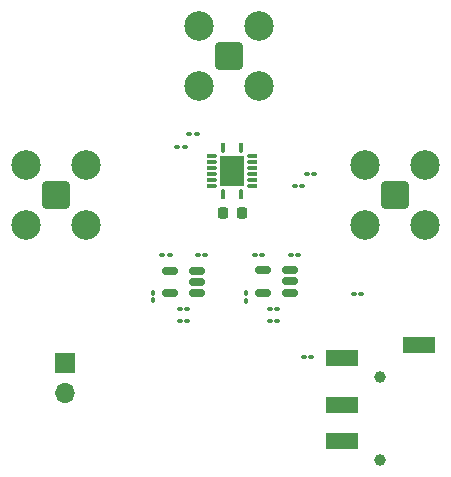
<source format=gbr>
%TF.GenerationSoftware,KiCad,Pcbnew,8.0.1*%
%TF.CreationDate,2024-04-10T11:13:06-07:00*%
%TF.ProjectId,TS3A5017-Mixer,54533341-3530-4313-972d-4d697865722e,rev?*%
%TF.SameCoordinates,Original*%
%TF.FileFunction,Soldermask,Top*%
%TF.FilePolarity,Negative*%
%FSLAX46Y46*%
G04 Gerber Fmt 4.6, Leading zero omitted, Abs format (unit mm)*
G04 Created by KiCad (PCBNEW 8.0.1) date 2024-04-10 11:13:06*
%MOMM*%
%LPD*%
G01*
G04 APERTURE LIST*
G04 Aperture macros list*
%AMRoundRect*
0 Rectangle with rounded corners*
0 $1 Rounding radius*
0 $2 $3 $4 $5 $6 $7 $8 $9 X,Y pos of 4 corners*
0 Add a 4 corners polygon primitive as box body*
4,1,4,$2,$3,$4,$5,$6,$7,$8,$9,$2,$3,0*
0 Add four circle primitives for the rounded corners*
1,1,$1+$1,$2,$3*
1,1,$1+$1,$4,$5*
1,1,$1+$1,$6,$7*
1,1,$1+$1,$8,$9*
0 Add four rect primitives between the rounded corners*
20,1,$1+$1,$2,$3,$4,$5,0*
20,1,$1+$1,$4,$5,$6,$7,0*
20,1,$1+$1,$6,$7,$8,$9,0*
20,1,$1+$1,$8,$9,$2,$3,0*%
%AMFreePoly0*
4,1,10,0.140000,-0.355000,0.121244,-0.425000,0.070000,-0.476244,0.000000,-0.495000,-0.070000,-0.476244,-0.121244,-0.425000,-0.140000,-0.355000,-0.140000,0.355000,0.140000,0.355000,0.140000,-0.355000,0.140000,-0.355000,$1*%
%AMFreePoly1*
4,1,10,0.425000,0.121244,0.476244,0.070000,0.495000,0.000000,0.476244,-0.070000,0.425000,-0.121244,0.355000,-0.140000,-0.355000,-0.140000,-0.355000,0.140000,0.355000,0.140000,0.425000,0.121244,0.425000,0.121244,$1*%
%AMFreePoly2*
4,1,10,0.070000,0.476244,0.121244,0.425000,0.140000,0.355000,0.140000,-0.355000,-0.140000,-0.355000,-0.140000,0.355000,-0.121244,0.425000,-0.070000,0.476244,0.000000,0.495000,0.070000,0.476244,0.070000,0.476244,$1*%
%AMFreePoly3*
4,1,10,0.355000,-0.140000,-0.355000,-0.140000,-0.425000,-0.121244,-0.476244,-0.070000,-0.495000,0.000000,-0.476244,0.070000,-0.425000,0.121244,-0.355000,0.140000,0.355000,0.140000,0.355000,-0.140000,0.355000,-0.140000,$1*%
G04 Aperture macros list end*
%ADD10RoundRect,0.100000X0.130000X0.100000X-0.130000X0.100000X-0.130000X-0.100000X0.130000X-0.100000X0*%
%ADD11RoundRect,0.100000X0.100000X-0.130000X0.100000X0.130000X-0.100000X0.130000X-0.100000X-0.130000X0*%
%ADD12RoundRect,0.100000X-0.130000X-0.100000X0.130000X-0.100000X0.130000X0.100000X-0.130000X0.100000X0*%
%ADD13RoundRect,0.225000X-0.225000X-0.250000X0.225000X-0.250000X0.225000X0.250000X-0.225000X0.250000X0*%
%ADD14FreePoly0,180.000000*%
%ADD15FreePoly1,180.000000*%
%ADD16FreePoly2,180.000000*%
%ADD17FreePoly3,180.000000*%
%ADD18R,2.050000X2.550000*%
%ADD19RoundRect,0.200100X0.949900X-0.949900X0.949900X0.949900X-0.949900X0.949900X-0.949900X-0.949900X0*%
%ADD20C,2.500000*%
%ADD21R,1.700000X1.700000*%
%ADD22O,1.700000X1.700000*%
%ADD23RoundRect,0.200100X-0.949900X-0.949900X0.949900X-0.949900X0.949900X0.949900X-0.949900X0.949900X0*%
%ADD24RoundRect,0.200100X-0.949900X0.949900X-0.949900X-0.949900X0.949900X-0.949900X0.949900X0.949900X0*%
%ADD25RoundRect,0.150000X0.512500X0.150000X-0.512500X0.150000X-0.512500X-0.150000X0.512500X-0.150000X0*%
%ADD26C,1.000000*%
%ADD27RoundRect,0.102000X1.250000X-0.600000X1.250000X0.600000X-1.250000X0.600000X-1.250000X-0.600000X0*%
G04 APERTURE END LIST*
D10*
%TO.C,C4*%
X142745808Y-85854731D03*
X142105808Y-85854731D03*
%TD*%
%TO.C,C5*%
X143760553Y-84705502D03*
X143120553Y-84705502D03*
%TD*%
D11*
%TO.C,C10*%
X147991000Y-98872000D03*
X147991000Y-98232000D03*
%TD*%
D10*
%TO.C,C9*%
X144501000Y-94996000D03*
X143861000Y-94996000D03*
%TD*%
D12*
%TO.C,C3*%
X153096000Y-88138000D03*
X153736000Y-88138000D03*
%TD*%
D13*
%TO.C,C1*%
X146024000Y-91440000D03*
X147574000Y-91440000D03*
%TD*%
D14*
%TO.C,U1*%
X147537000Y-89916000D03*
D15*
X148582000Y-89121000D03*
X148582000Y-88621000D03*
X148582000Y-88121000D03*
X148582000Y-87621000D03*
X148582000Y-87121000D03*
X148582000Y-86621000D03*
D16*
X147537000Y-85826000D03*
X146037000Y-85826000D03*
D17*
X144992000Y-86621000D03*
X144992000Y-87121000D03*
X144992000Y-87621000D03*
X144992000Y-88121000D03*
X144992000Y-88621000D03*
X144992000Y-89121000D03*
D14*
X146037000Y-89916000D03*
D18*
X146787000Y-87871000D03*
%TD*%
D19*
%TO.C,J3*%
X131821220Y-89915385D03*
D20*
X129281220Y-92455385D03*
X134361220Y-92455385D03*
X129281220Y-87375385D03*
X134361220Y-87375385D03*
%TD*%
D21*
%TO.C,J4*%
X132588000Y-104140000D03*
D22*
X132588000Y-106680000D03*
%TD*%
D10*
%TO.C,C14*%
X157709000Y-98298000D03*
X157069000Y-98298000D03*
%TD*%
D12*
%TO.C,C12*%
X148687000Y-94996000D03*
X149327000Y-94996000D03*
%TD*%
D11*
%TO.C,C6*%
X140117000Y-98806000D03*
X140117000Y-98166000D03*
%TD*%
D23*
%TO.C,J1*%
X146501153Y-78155632D03*
D20*
X143961153Y-75615632D03*
X143961153Y-80695632D03*
X149041153Y-75615632D03*
X149041153Y-80695632D03*
%TD*%
D24*
%TO.C,J2*%
X160589122Y-89936874D03*
D20*
X163129122Y-87396874D03*
X158049122Y-87396874D03*
X163129122Y-92476874D03*
X158049122Y-92476874D03*
%TD*%
D12*
%TO.C,R1*%
X142337000Y-100584000D03*
X142977000Y-100584000D03*
%TD*%
%TO.C,C8*%
X140879000Y-94996000D03*
X141519000Y-94996000D03*
%TD*%
D10*
%TO.C,C13*%
X150597000Y-100584000D03*
X149957000Y-100584000D03*
%TD*%
D25*
%TO.C,U2*%
X143794500Y-98232000D03*
X143794500Y-97282000D03*
X143794500Y-96332000D03*
X141519500Y-96332000D03*
X141519500Y-98232000D03*
%TD*%
D12*
%TO.C,C15*%
X152842000Y-103632000D03*
X153482000Y-103632000D03*
%TD*%
D10*
%TO.C,C11*%
X152375000Y-94996000D03*
X151735000Y-94996000D03*
%TD*%
D26*
%TO.C,J5*%
X159310000Y-112316000D03*
X159310000Y-105316000D03*
D27*
X162560000Y-102616000D03*
X156060000Y-103716000D03*
X156060000Y-107716000D03*
X156060000Y-110716000D03*
%TD*%
D25*
%TO.C,U3*%
X151644000Y-98166000D03*
X151644000Y-97216000D03*
X151644000Y-96266000D03*
X149369000Y-96266000D03*
X149369000Y-98166000D03*
%TD*%
D12*
%TO.C,C2*%
X152080000Y-89154000D03*
X152720000Y-89154000D03*
%TD*%
%TO.C,R2*%
X149957000Y-99568000D03*
X150597000Y-99568000D03*
%TD*%
D10*
%TO.C,C7*%
X142977000Y-99568000D03*
X142337000Y-99568000D03*
%TD*%
M02*

</source>
